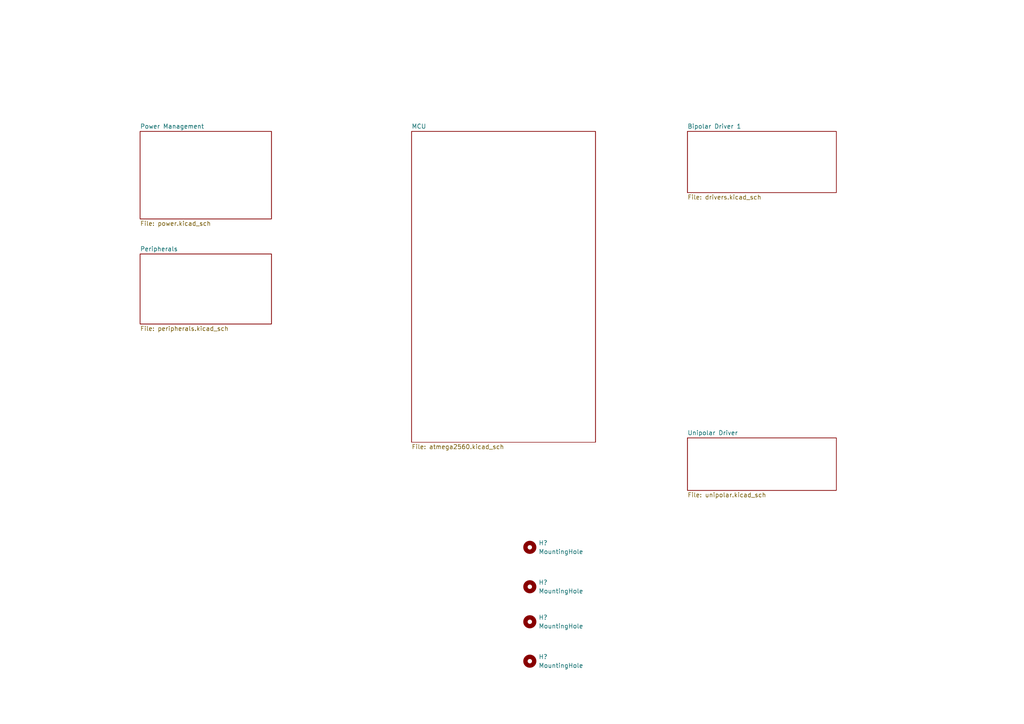
<source format=kicad_sch>
(kicad_sch (version 20211123) (generator eeschema)
  (paper "A4")
  (lib_symbols
    (symbol "Mechanical:MountingHole" (pin_names (offset 1.016))
      (property "Reference" "H" (at 0 5.08 0))
      (property "Value" "MountingHole" (at 0 3.175 0))
      (symbol "MountingHole_0_1"
        (circle (center 0 0) (radius 1.27) (stroke (width 1.27)))
      )
    )
  )
  (symbol (lib_id "Mechanical:MountingHole") (at 153.67 158.75 0) (unit 1)
    (property "Reference" "H?" (at 156.21 157.4799 0) (effects (justify left)))
    (property "Value" "MountingHole" (at 156.21 160.0199 0) (effects (justify left)))
  )
  (symbol (lib_id "Mechanical:MountingHole") (at 153.67 180.34 0) (unit 1)
    (property "Reference" "H?" (at 156.21 179.0699 0) (effects (justify left)))
    (property "Value" "MountingHole" (at 156.21 181.6099 0) (effects (justify left)))
  )
  (symbol (lib_id "Mechanical:MountingHole") (at 153.67 170.18 0) (unit 1)
    (property "Reference" "H?" (at 156.21 168.9099 0) (effects (justify left)))
    (property "Value" "MountingHole" (at 156.21 171.4499 0) (effects (justify left)))
  )
  (symbol (lib_id "Mechanical:MountingHole") (at 153.67 191.77 0) (unit 1)
    (property "Reference" "H?" (at 156.21 190.4999 0) (effects (justify left)))
    (property "Value" "MountingHole" (at 156.21 193.0399 0) (effects (justify left)))
  )
  (sheet (at 119.38 38.1) (size 53.34 90.17) (stroke (width 0.1524))
    (property "Sheet name" "MCU" (at 119.38 37.3884 0) (effects (justify left bottom)))
    (property "Sheet file" "atmega2560.kicad_sch" (at 119.38 128.8546 0) (effects (justify left top)))
  )
  (sheet (at 40.64 73.66) (size 38.1 20.32) (stroke (width 0.1524))
    (property "Sheet name" "Peripherals" (at 40.64 72.9484 0) (effects (justify left bottom)))
    (property "Sheet file" "peripherals.kicad_sch" (at 40.64 94.5646 0) (effects (justify left top)))
  )
  (sheet (at 40.64 38.1) (size 38.1 25.4) (stroke (width 0.1524))
    (property "Sheet name" "Power Management" (at 40.64 37.3884 0) (effects (justify left bottom)))
    (property "Sheet file" "power.kicad_sch" (at 40.64 64.0846 0) (effects (justify left top)))
  )
  (sheet (at 199.39 127) (size 43.18 15.24) (stroke (width 0.1524))
    (property "Sheet name" "Unipolar Driver " (at 199.39 126.2884 0) (effects (justify left bottom)))
    (property "Sheet file" "unipolar.kicad_sch" (at 199.39 142.8246 0) (effects (justify left top)))
  )
  (sheet (at 199.39 38.1) (size 43.18 17.78) (stroke (width 0.1524))
    (property "Sheet name" "Bipolar Driver 1" (at 199.39 37.3884 0) (effects (justify left bottom)))
    (property "Sheet file" "drivers.kicad_sch" (at 199.39 56.4646 0) (effects (justify left top)))
  )
)
</source>
